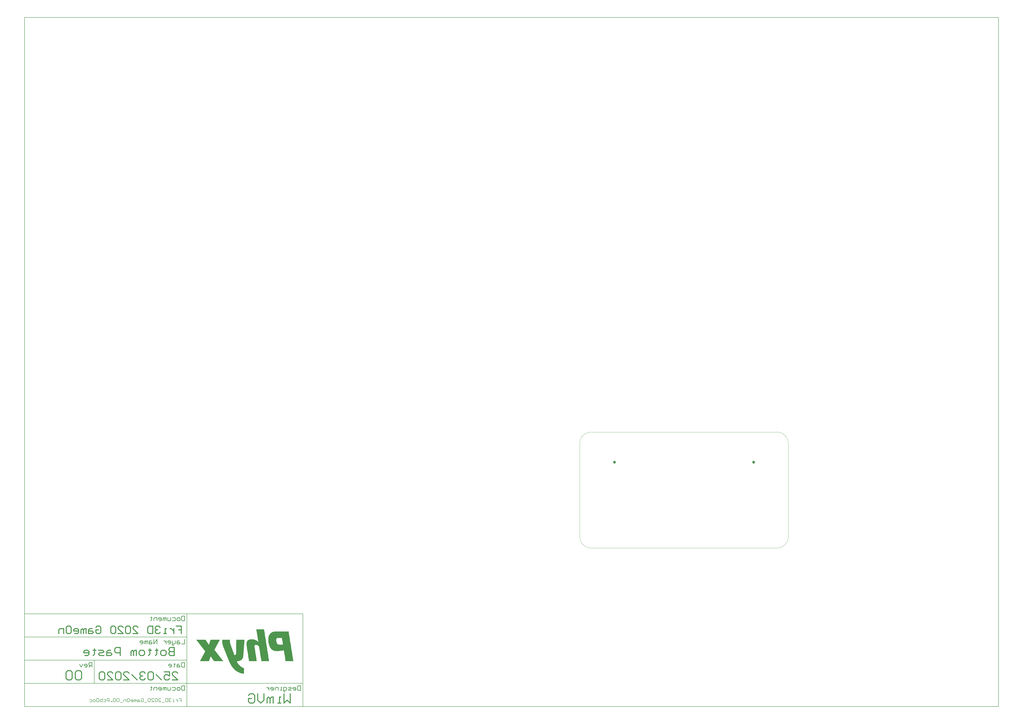
<source format=gbp>
G04*
G04 #@! TF.GenerationSoftware,Altium Limited,Altium Designer,20.0.13 (296)*
G04*
G04 Layer_Color=128*
%FSLAX25Y25*%
%MOIN*%
G70*
G01*
G75*
%ADD12C,0.00787*%
%ADD14C,0.01575*%
%ADD15C,0.00394*%
%ADD16C,0.00984*%
%ADD62C,0.04724*%
G36*
X300667Y-141778D02*
X298949D01*
Y-142065D01*
X298090D01*
Y-142351D01*
X297231D01*
Y-142637D01*
X296373D01*
Y-142924D01*
X295800D01*
Y-143210D01*
X295514D01*
Y-143496D01*
X294941D01*
Y-143783D01*
X294655D01*
Y-144069D01*
X294082D01*
Y-144355D01*
X293796D01*
Y-144641D01*
X293509D01*
Y-144928D01*
X293223D01*
Y-145214D01*
X292937D01*
Y-145501D01*
X292650D01*
Y-145787D01*
X292364D01*
Y-146073D01*
Y-146359D01*
X292078D01*
Y-146646D01*
X291792D01*
Y-146932D01*
Y-147218D01*
X291505D01*
Y-147505D01*
X291219D01*
Y-147791D01*
Y-148077D01*
X290932D01*
Y-148364D01*
Y-148650D01*
Y-148936D01*
X290646D01*
Y-149223D01*
Y-149509D01*
Y-149795D01*
X290360D01*
Y-150082D01*
Y-150368D01*
Y-150654D01*
Y-150940D01*
X290074D01*
Y-151227D01*
Y-151513D01*
Y-151799D01*
Y-152086D01*
Y-152372D01*
X289787D01*
Y-152658D01*
Y-152945D01*
Y-153231D01*
Y-153517D01*
Y-153804D01*
Y-154090D01*
Y-154376D01*
Y-154663D01*
Y-154949D01*
Y-155235D01*
Y-155521D01*
Y-155808D01*
Y-156094D01*
Y-156380D01*
Y-156667D01*
Y-156953D01*
Y-157239D01*
Y-157526D01*
Y-157812D01*
Y-158098D01*
X290074D01*
Y-158385D01*
Y-158671D01*
Y-158957D01*
Y-159244D01*
Y-159530D01*
Y-159816D01*
Y-160102D01*
X290360D01*
Y-160389D01*
Y-160675D01*
Y-160961D01*
Y-161248D01*
Y-161534D01*
X290646D01*
Y-161820D01*
Y-162107D01*
Y-162393D01*
Y-162679D01*
Y-162966D01*
X290932D01*
Y-163252D01*
Y-163538D01*
Y-163824D01*
X291219D01*
Y-164111D01*
Y-164397D01*
Y-164683D01*
Y-164970D01*
X291505D01*
Y-165256D01*
Y-165542D01*
Y-165829D01*
X291792D01*
Y-166115D01*
Y-166401D01*
X292078D01*
Y-166688D01*
Y-166974D01*
Y-167260D01*
X292364D01*
Y-167547D01*
Y-167833D01*
X292650D01*
Y-168119D01*
Y-168405D01*
X292937D01*
Y-168692D01*
Y-168978D01*
X293223D01*
Y-169264D01*
X293509D01*
Y-169551D01*
Y-169837D01*
X293796D01*
Y-170123D01*
X294082D01*
Y-170410D01*
X294368D01*
Y-170696D01*
Y-170982D01*
X294655D01*
Y-171269D01*
X294941D01*
Y-171555D01*
X295227D01*
Y-171841D01*
X295514D01*
Y-172127D01*
X295800D01*
Y-172414D01*
X296373D01*
Y-172700D01*
X296659D01*
Y-172986D01*
X297231D01*
Y-173273D01*
X297518D01*
Y-173559D01*
X298090D01*
Y-173845D01*
X298949D01*
Y-174132D01*
X299808D01*
Y-174418D01*
X300667D01*
Y-174704D01*
X302385D01*
Y-174991D01*
X307539D01*
Y-174704D01*
X310116D01*
Y-174418D01*
X312120D01*
Y-174132D01*
X313551D01*
Y-173845D01*
X314983D01*
Y-173559D01*
X316414D01*
Y-173845D01*
Y-174132D01*
Y-174418D01*
Y-174704D01*
Y-174991D01*
Y-175277D01*
Y-175563D01*
X316701D01*
Y-175850D01*
Y-176136D01*
Y-176422D01*
Y-176709D01*
Y-176995D01*
Y-177281D01*
X316987D01*
Y-177568D01*
Y-177854D01*
Y-178140D01*
Y-178426D01*
Y-178713D01*
Y-178999D01*
X317273D01*
Y-179285D01*
Y-179572D01*
Y-179858D01*
Y-180144D01*
Y-180431D01*
Y-180717D01*
Y-181003D01*
X317560D01*
Y-181290D01*
Y-181576D01*
Y-181862D01*
Y-182149D01*
Y-182435D01*
Y-182721D01*
X317846D01*
Y-183007D01*
Y-183294D01*
Y-183580D01*
Y-183866D01*
Y-184153D01*
Y-184439D01*
X318132D01*
Y-184725D01*
Y-185012D01*
Y-185298D01*
Y-185584D01*
Y-185871D01*
Y-186157D01*
Y-186443D01*
X318419D01*
Y-186730D01*
Y-187016D01*
Y-187302D01*
Y-187588D01*
Y-187875D01*
Y-188161D01*
X318705D01*
Y-188447D01*
Y-188734D01*
Y-189020D01*
Y-189306D01*
Y-189593D01*
Y-189879D01*
X318991D01*
Y-190165D01*
Y-190452D01*
Y-190738D01*
Y-191024D01*
Y-191311D01*
Y-191597D01*
Y-191883D01*
X332448D01*
Y-191597D01*
X332162D01*
Y-191311D01*
Y-191024D01*
Y-190738D01*
Y-190452D01*
Y-190165D01*
X331875D01*
Y-189879D01*
Y-189593D01*
Y-189306D01*
Y-189020D01*
Y-188734D01*
Y-188447D01*
Y-188161D01*
X331589D01*
Y-187875D01*
Y-187588D01*
Y-187302D01*
Y-187016D01*
Y-186730D01*
Y-186443D01*
X331303D01*
Y-186157D01*
Y-185871D01*
Y-185584D01*
Y-185298D01*
Y-185012D01*
Y-184725D01*
X331016D01*
Y-184439D01*
Y-184153D01*
Y-183866D01*
Y-183580D01*
Y-183294D01*
Y-183007D01*
Y-182721D01*
X330730D01*
Y-182435D01*
Y-182149D01*
Y-181862D01*
Y-181576D01*
Y-181290D01*
Y-181003D01*
X330444D01*
Y-180717D01*
Y-180431D01*
Y-180144D01*
Y-179858D01*
Y-179572D01*
Y-179285D01*
X330157D01*
Y-178999D01*
Y-178713D01*
Y-178426D01*
Y-178140D01*
Y-177854D01*
Y-177568D01*
X329871D01*
Y-177281D01*
Y-176995D01*
Y-176709D01*
Y-176422D01*
Y-176136D01*
Y-175850D01*
Y-175563D01*
X329585D01*
Y-175277D01*
Y-174991D01*
Y-174704D01*
Y-174418D01*
Y-174132D01*
Y-173845D01*
X329298D01*
Y-173559D01*
Y-173273D01*
Y-172986D01*
Y-172700D01*
Y-172414D01*
Y-172127D01*
X329012D01*
Y-171841D01*
Y-171555D01*
Y-171269D01*
Y-170982D01*
Y-170696D01*
Y-170410D01*
X328726D01*
Y-170123D01*
Y-169837D01*
Y-169551D01*
Y-169264D01*
Y-168978D01*
Y-168692D01*
Y-168405D01*
X328439D01*
Y-168119D01*
Y-167833D01*
Y-167547D01*
Y-167260D01*
Y-166974D01*
Y-166688D01*
X328153D01*
Y-166401D01*
Y-166115D01*
Y-165829D01*
Y-165542D01*
Y-165256D01*
Y-164970D01*
X327867D01*
Y-164683D01*
Y-164397D01*
Y-164111D01*
Y-163824D01*
Y-163538D01*
Y-163252D01*
Y-162966D01*
X327581D01*
Y-162679D01*
Y-162393D01*
Y-162107D01*
Y-161820D01*
Y-161534D01*
Y-161248D01*
X327294D01*
Y-160961D01*
Y-160675D01*
Y-160389D01*
Y-160102D01*
Y-159816D01*
Y-159530D01*
X327008D01*
Y-159244D01*
Y-158957D01*
Y-158671D01*
Y-158385D01*
Y-158098D01*
Y-157812D01*
X326722D01*
Y-157526D01*
Y-157239D01*
Y-156953D01*
Y-156667D01*
Y-156380D01*
Y-156094D01*
Y-155808D01*
X326435D01*
Y-155521D01*
Y-155235D01*
Y-154949D01*
Y-154663D01*
Y-154376D01*
Y-154090D01*
X326149D01*
Y-153804D01*
Y-153517D01*
Y-153231D01*
Y-152945D01*
Y-152658D01*
Y-152372D01*
X325863D01*
Y-152086D01*
Y-151799D01*
Y-151513D01*
Y-151227D01*
Y-150940D01*
Y-150654D01*
Y-150368D01*
X325576D01*
Y-150082D01*
Y-149795D01*
Y-149509D01*
Y-149223D01*
Y-148936D01*
Y-148650D01*
X325290D01*
Y-148364D01*
Y-148077D01*
Y-147791D01*
Y-147505D01*
Y-147218D01*
Y-146932D01*
X325004D01*
Y-146646D01*
Y-146359D01*
Y-146073D01*
Y-145787D01*
Y-145501D01*
Y-145214D01*
Y-144928D01*
X324717D01*
Y-144641D01*
Y-144355D01*
Y-144069D01*
Y-143783D01*
Y-143496D01*
Y-143210D01*
X324431D01*
Y-142924D01*
Y-142637D01*
Y-142351D01*
Y-142065D01*
Y-141778D01*
Y-141492D01*
X300667D01*
Y-141778D01*
D02*
G37*
G36*
X269459Y-138343D02*
Y-138629D01*
X269745D01*
Y-138915D01*
Y-139202D01*
Y-139488D01*
Y-139774D01*
Y-140060D01*
Y-140347D01*
X270032D01*
Y-140633D01*
Y-140919D01*
Y-141206D01*
Y-141492D01*
Y-141778D01*
Y-142065D01*
X270318D01*
Y-142351D01*
Y-142637D01*
Y-142924D01*
Y-143210D01*
Y-143496D01*
Y-143783D01*
Y-144069D01*
X270604D01*
Y-144355D01*
Y-144641D01*
Y-144928D01*
Y-145214D01*
Y-145501D01*
Y-145787D01*
X270891D01*
Y-146073D01*
Y-146359D01*
Y-146646D01*
Y-146932D01*
Y-147218D01*
Y-147505D01*
X271177D01*
Y-147791D01*
Y-148077D01*
Y-148364D01*
Y-148650D01*
Y-148936D01*
Y-149223D01*
Y-149509D01*
X271463D01*
Y-149795D01*
Y-150082D01*
Y-150368D01*
Y-150654D01*
Y-150940D01*
Y-151227D01*
X271750D01*
Y-151513D01*
Y-151799D01*
Y-152086D01*
Y-152372D01*
Y-152658D01*
Y-152945D01*
X272036D01*
Y-153231D01*
Y-153517D01*
Y-153804D01*
Y-154090D01*
Y-154376D01*
Y-154663D01*
X272322D01*
Y-154949D01*
Y-155235D01*
Y-155521D01*
Y-155808D01*
Y-156094D01*
Y-156380D01*
Y-156667D01*
X272608D01*
Y-156953D01*
Y-157239D01*
Y-157526D01*
Y-157812D01*
Y-158098D01*
Y-158385D01*
X272895D01*
Y-158671D01*
Y-158957D01*
X272322D01*
Y-158671D01*
X272036D01*
Y-158385D01*
X271750D01*
Y-158098D01*
X271177D01*
Y-157812D01*
X270891D01*
Y-157526D01*
X270604D01*
Y-157239D01*
X270032D01*
Y-156953D01*
X269459D01*
Y-156667D01*
X269173D01*
Y-156380D01*
X268600D01*
Y-156094D01*
X267741D01*
Y-155808D01*
X267169D01*
Y-155521D01*
X266310D01*
Y-155235D01*
X264878D01*
Y-154949D01*
X258579D01*
Y-155235D01*
X257434D01*
Y-155521D01*
X256575D01*
Y-155808D01*
X256002D01*
Y-156094D01*
X255716D01*
Y-156380D01*
X255143D01*
Y-156667D01*
X254857D01*
Y-156953D01*
X254571D01*
Y-157239D01*
X254285D01*
Y-157526D01*
X253998D01*
Y-157812D01*
Y-158098D01*
X253712D01*
Y-158385D01*
Y-158671D01*
X253426D01*
Y-158957D01*
Y-159244D01*
Y-159530D01*
X253139D01*
Y-159816D01*
Y-160102D01*
Y-160389D01*
Y-160675D01*
X252853D01*
Y-160961D01*
Y-161248D01*
Y-161534D01*
Y-161820D01*
Y-162107D01*
Y-162393D01*
Y-162679D01*
Y-162966D01*
Y-163252D01*
Y-163538D01*
Y-163824D01*
Y-164111D01*
Y-164397D01*
Y-164683D01*
Y-164970D01*
Y-165256D01*
Y-165542D01*
Y-165829D01*
X253139D01*
Y-166115D01*
Y-166401D01*
Y-166688D01*
Y-166974D01*
Y-167260D01*
Y-167547D01*
Y-167833D01*
X253426D01*
Y-168119D01*
Y-168405D01*
Y-168692D01*
Y-168978D01*
Y-169264D01*
Y-169551D01*
Y-169837D01*
X253712D01*
Y-170123D01*
Y-170410D01*
Y-170696D01*
Y-170982D01*
Y-171269D01*
Y-171555D01*
X253998D01*
Y-171841D01*
Y-172127D01*
Y-172414D01*
Y-172700D01*
Y-172986D01*
Y-173273D01*
X254285D01*
Y-173559D01*
Y-173845D01*
Y-174132D01*
Y-174418D01*
Y-174704D01*
Y-174991D01*
X254571D01*
Y-175277D01*
Y-175563D01*
Y-175850D01*
Y-176136D01*
Y-176422D01*
Y-176709D01*
Y-176995D01*
X254857D01*
Y-177281D01*
Y-177568D01*
Y-177854D01*
Y-178140D01*
Y-178426D01*
Y-178713D01*
X255143D01*
Y-178999D01*
Y-179285D01*
Y-179572D01*
Y-179858D01*
Y-180144D01*
Y-180431D01*
X255430D01*
Y-180717D01*
Y-181003D01*
Y-181290D01*
Y-181576D01*
Y-181862D01*
Y-182149D01*
Y-182435D01*
X255716D01*
Y-182721D01*
Y-183007D01*
Y-183294D01*
Y-183580D01*
Y-183866D01*
Y-184153D01*
X256002D01*
Y-184439D01*
Y-184725D01*
Y-185012D01*
Y-185298D01*
Y-185584D01*
Y-185871D01*
X256289D01*
Y-186157D01*
Y-186443D01*
Y-186730D01*
Y-187016D01*
Y-187302D01*
Y-187588D01*
X256575D01*
Y-187875D01*
Y-188161D01*
Y-188447D01*
Y-188734D01*
Y-189020D01*
Y-189306D01*
Y-189593D01*
X256861D01*
Y-189879D01*
Y-190165D01*
Y-190452D01*
Y-190738D01*
Y-191024D01*
Y-191311D01*
X257148D01*
Y-191597D01*
Y-191883D01*
X270318D01*
Y-191597D01*
Y-191311D01*
X270032D01*
Y-191024D01*
Y-190738D01*
Y-190452D01*
Y-190165D01*
Y-189879D01*
Y-189593D01*
X269745D01*
Y-189306D01*
Y-189020D01*
Y-188734D01*
Y-188447D01*
Y-188161D01*
Y-187875D01*
Y-187588D01*
X269459D01*
Y-187302D01*
Y-187016D01*
Y-186730D01*
Y-186443D01*
Y-186157D01*
Y-185871D01*
X269173D01*
Y-185584D01*
Y-185298D01*
Y-185012D01*
Y-184725D01*
Y-184439D01*
Y-184153D01*
X268886D01*
Y-183866D01*
Y-183580D01*
Y-183294D01*
Y-183007D01*
Y-182721D01*
Y-182435D01*
Y-182149D01*
X268600D01*
Y-181862D01*
Y-181576D01*
Y-181290D01*
Y-181003D01*
Y-180717D01*
Y-180431D01*
X268314D01*
Y-180144D01*
Y-179858D01*
Y-179572D01*
Y-179285D01*
Y-178999D01*
Y-178713D01*
Y-178426D01*
X268027D01*
Y-178140D01*
Y-177854D01*
Y-177568D01*
Y-177281D01*
Y-176995D01*
Y-176709D01*
X267741D01*
Y-176422D01*
Y-176136D01*
Y-175850D01*
Y-175563D01*
Y-175277D01*
Y-174991D01*
X267455D01*
Y-174704D01*
Y-174418D01*
Y-174132D01*
Y-173845D01*
Y-173559D01*
Y-173273D01*
X267169D01*
Y-172986D01*
Y-172700D01*
Y-172414D01*
Y-172127D01*
Y-171841D01*
Y-171555D01*
Y-171269D01*
X266882D01*
Y-170982D01*
Y-170696D01*
Y-170410D01*
Y-170123D01*
Y-169837D01*
Y-169551D01*
X266596D01*
Y-169264D01*
Y-168978D01*
Y-168692D01*
Y-168405D01*
Y-168119D01*
Y-167833D01*
Y-167547D01*
X266310D01*
Y-167260D01*
Y-166974D01*
Y-166688D01*
Y-166401D01*
Y-166115D01*
Y-165829D01*
X266596D01*
Y-165542D01*
Y-165256D01*
X266882D01*
Y-164970D01*
X267169D01*
Y-164683D01*
X267741D01*
Y-164397D01*
X269459D01*
Y-164683D01*
X270891D01*
Y-164970D01*
X271750D01*
Y-165256D01*
X272322D01*
Y-165542D01*
X272608D01*
Y-165829D01*
X273181D01*
Y-166115D01*
X273467D01*
Y-166401D01*
X273754D01*
Y-166688D01*
Y-166974D01*
X274040D01*
Y-167260D01*
Y-167547D01*
Y-167833D01*
X274326D01*
Y-168119D01*
Y-168405D01*
Y-168692D01*
Y-168978D01*
Y-169264D01*
Y-169551D01*
X274613D01*
Y-169837D01*
Y-170123D01*
Y-170410D01*
Y-170696D01*
Y-170982D01*
Y-171269D01*
Y-171555D01*
X274899D01*
Y-171841D01*
Y-172127D01*
Y-172414D01*
Y-172700D01*
Y-172986D01*
Y-173273D01*
X275185D01*
Y-173559D01*
Y-173845D01*
Y-174132D01*
Y-174418D01*
Y-174704D01*
Y-174991D01*
X275472D01*
Y-175277D01*
Y-175563D01*
Y-175850D01*
Y-176136D01*
Y-176422D01*
Y-176709D01*
X275758D01*
Y-176995D01*
Y-177281D01*
Y-177568D01*
Y-177854D01*
Y-178140D01*
Y-178426D01*
Y-178713D01*
X276044D01*
Y-178999D01*
Y-179285D01*
Y-179572D01*
Y-179858D01*
Y-180144D01*
Y-180431D01*
X276331D01*
Y-180717D01*
Y-181003D01*
Y-181290D01*
Y-181576D01*
Y-181862D01*
Y-182149D01*
X276617D01*
Y-182435D01*
Y-182721D01*
Y-183007D01*
Y-183294D01*
Y-183580D01*
Y-183866D01*
Y-184153D01*
X276903D01*
Y-184439D01*
Y-184725D01*
Y-185012D01*
Y-185298D01*
Y-185584D01*
Y-185871D01*
X277189D01*
Y-186157D01*
Y-186443D01*
Y-186730D01*
Y-187016D01*
Y-187302D01*
Y-187588D01*
X277476D01*
Y-187875D01*
Y-188161D01*
Y-188447D01*
Y-188734D01*
Y-189020D01*
Y-189306D01*
X277762D01*
Y-189593D01*
Y-189879D01*
Y-190165D01*
Y-190452D01*
Y-190738D01*
Y-191024D01*
Y-191311D01*
X278048D01*
Y-191597D01*
Y-191883D01*
X291219D01*
Y-191597D01*
Y-191311D01*
X290932D01*
Y-191024D01*
Y-190738D01*
Y-190452D01*
Y-190165D01*
Y-189879D01*
Y-189593D01*
Y-189306D01*
X290646D01*
Y-189020D01*
Y-188734D01*
Y-188447D01*
Y-188161D01*
Y-187875D01*
Y-187588D01*
X290360D01*
Y-187302D01*
Y-187016D01*
Y-186730D01*
Y-186443D01*
Y-186157D01*
Y-185871D01*
X290074D01*
Y-185584D01*
Y-185298D01*
Y-185012D01*
Y-184725D01*
Y-184439D01*
Y-184153D01*
Y-183866D01*
X289787D01*
Y-183580D01*
Y-183294D01*
Y-183007D01*
Y-182721D01*
Y-182435D01*
Y-182149D01*
X289501D01*
Y-181862D01*
Y-181576D01*
Y-181290D01*
Y-181003D01*
Y-180717D01*
Y-180431D01*
X289215D01*
Y-180144D01*
Y-179858D01*
Y-179572D01*
Y-179285D01*
Y-178999D01*
Y-178713D01*
X288928D01*
Y-178426D01*
Y-178140D01*
Y-177854D01*
Y-177568D01*
Y-177281D01*
Y-176995D01*
Y-176709D01*
X288642D01*
Y-176422D01*
Y-176136D01*
Y-175850D01*
Y-175563D01*
Y-175277D01*
Y-174991D01*
X288356D01*
Y-174704D01*
Y-174418D01*
Y-174132D01*
Y-173845D01*
Y-173559D01*
Y-173273D01*
X288069D01*
Y-172986D01*
Y-172700D01*
Y-172414D01*
Y-172127D01*
Y-171841D01*
Y-171555D01*
Y-171269D01*
X287783D01*
Y-170982D01*
Y-170696D01*
Y-170410D01*
Y-170123D01*
Y-169837D01*
Y-169551D01*
X287497D01*
Y-169264D01*
Y-168978D01*
Y-168692D01*
Y-168405D01*
Y-168119D01*
Y-167833D01*
X287210D01*
Y-167547D01*
Y-167260D01*
Y-166974D01*
Y-166688D01*
Y-166401D01*
Y-166115D01*
X286924D01*
Y-165829D01*
Y-165542D01*
Y-165256D01*
Y-164970D01*
Y-164683D01*
Y-164397D01*
Y-164111D01*
X286638D01*
Y-163824D01*
Y-163538D01*
Y-163252D01*
Y-162966D01*
Y-162679D01*
Y-162393D01*
X286351D01*
Y-162107D01*
Y-161820D01*
Y-161534D01*
Y-161248D01*
Y-160961D01*
Y-160675D01*
X286065D01*
Y-160389D01*
Y-160102D01*
Y-159816D01*
Y-159530D01*
Y-159244D01*
Y-158957D01*
X285779D01*
Y-158671D01*
Y-158385D01*
Y-158098D01*
Y-157812D01*
Y-157526D01*
Y-157239D01*
Y-156953D01*
X285493D01*
Y-156667D01*
Y-156380D01*
Y-156094D01*
Y-155808D01*
Y-155521D01*
Y-155235D01*
X285206D01*
Y-154949D01*
Y-154663D01*
Y-154376D01*
Y-154090D01*
Y-153804D01*
Y-153517D01*
X284920D01*
Y-153231D01*
Y-152945D01*
Y-152658D01*
Y-152372D01*
Y-152086D01*
Y-151799D01*
Y-151513D01*
X284634D01*
Y-151227D01*
Y-150940D01*
Y-150654D01*
Y-150368D01*
Y-150082D01*
Y-149795D01*
X284347D01*
Y-149509D01*
Y-149223D01*
Y-148936D01*
Y-148650D01*
Y-148364D01*
Y-148077D01*
X284061D01*
Y-147791D01*
Y-147505D01*
Y-147218D01*
Y-146932D01*
Y-146646D01*
Y-146359D01*
X283775D01*
Y-146073D01*
Y-145787D01*
Y-145501D01*
Y-145214D01*
Y-144928D01*
Y-144641D01*
Y-144355D01*
X283488D01*
Y-144069D01*
Y-143783D01*
Y-143496D01*
Y-143210D01*
Y-142924D01*
Y-142637D01*
X283202D01*
Y-142351D01*
Y-142065D01*
Y-141778D01*
Y-141492D01*
Y-141206D01*
Y-140919D01*
X282916D01*
Y-140633D01*
Y-140347D01*
Y-140060D01*
Y-139774D01*
Y-139488D01*
Y-139202D01*
Y-138915D01*
X282629D01*
Y-138629D01*
Y-138343D01*
Y-138056D01*
X269459D01*
Y-138343D01*
D02*
G37*
G36*
X167532Y-155808D02*
X167818D01*
Y-156094D01*
X168104D01*
Y-156380D01*
Y-156667D01*
X168391D01*
Y-156953D01*
X168677D01*
Y-157239D01*
X168963D01*
Y-157526D01*
Y-157812D01*
X169250D01*
Y-158098D01*
X169536D01*
Y-158385D01*
X169822D01*
Y-158671D01*
X170108D01*
Y-158957D01*
Y-159244D01*
X170395D01*
Y-159530D01*
X170681D01*
Y-159816D01*
X170967D01*
Y-160102D01*
Y-160389D01*
X171254D01*
Y-160675D01*
X171540D01*
Y-160961D01*
X171826D01*
Y-161248D01*
X172113D01*
Y-161534D01*
Y-161820D01*
X172399D01*
Y-162107D01*
X172685D01*
Y-162393D01*
X172972D01*
Y-162679D01*
Y-162966D01*
X173258D01*
Y-163252D01*
X173544D01*
Y-163538D01*
X173831D01*
Y-163824D01*
Y-164111D01*
X174117D01*
Y-164397D01*
X174403D01*
Y-164683D01*
X174689D01*
Y-164970D01*
X174976D01*
Y-165256D01*
Y-165542D01*
X175262D01*
Y-165829D01*
X175549D01*
Y-166115D01*
X175835D01*
Y-166401D01*
Y-166688D01*
X176121D01*
Y-166974D01*
X176407D01*
Y-167260D01*
X176694D01*
Y-167547D01*
Y-167833D01*
X176980D01*
Y-168119D01*
X177266D01*
Y-168405D01*
X177553D01*
Y-168692D01*
X177839D01*
Y-168978D01*
Y-169264D01*
X178125D01*
Y-169551D01*
X178412D01*
Y-169837D01*
X178698D01*
Y-170123D01*
Y-170410D01*
X178984D01*
Y-170696D01*
X179271D01*
Y-170982D01*
X179557D01*
Y-171269D01*
Y-171555D01*
X179843D01*
Y-171841D01*
X180130D01*
Y-172127D01*
X180416D01*
Y-172414D01*
X180702D01*
Y-172700D01*
Y-172986D01*
X180988D01*
Y-173273D01*
X181275D01*
Y-173559D01*
X181561D01*
Y-173845D01*
Y-174132D01*
X181847D01*
Y-174418D01*
X182134D01*
Y-174704D01*
X182420D01*
Y-174991D01*
X182706D01*
Y-175277D01*
Y-175563D01*
X182420D01*
Y-175850D01*
Y-176136D01*
X182134D01*
Y-176422D01*
Y-176709D01*
X181847D01*
Y-176995D01*
X181561D01*
Y-177281D01*
Y-177568D01*
X181275D01*
Y-177854D01*
Y-178140D01*
X180988D01*
Y-178426D01*
Y-178713D01*
X180702D01*
Y-178999D01*
Y-179285D01*
X180416D01*
Y-179572D01*
Y-179858D01*
X180130D01*
Y-180144D01*
Y-180431D01*
X179843D01*
Y-180717D01*
Y-181003D01*
X179557D01*
Y-181290D01*
Y-181576D01*
X179271D01*
Y-181862D01*
X178984D01*
Y-182149D01*
Y-182435D01*
X178698D01*
Y-182721D01*
Y-183007D01*
X178412D01*
Y-183294D01*
Y-183580D01*
X178125D01*
Y-183866D01*
Y-184153D01*
X177839D01*
Y-184439D01*
Y-184725D01*
X177553D01*
Y-185012D01*
Y-185298D01*
X177266D01*
Y-185584D01*
Y-185871D01*
X176980D01*
Y-186157D01*
X176694D01*
Y-186443D01*
Y-186730D01*
X176407D01*
Y-187016D01*
Y-187302D01*
X176121D01*
Y-187588D01*
Y-187875D01*
X175835D01*
Y-188161D01*
Y-188447D01*
X175549D01*
Y-188734D01*
Y-189020D01*
X175262D01*
Y-189306D01*
Y-189593D01*
X174976D01*
Y-189879D01*
Y-190165D01*
X174689D01*
Y-190452D01*
X174403D01*
Y-190738D01*
Y-191024D01*
X174117D01*
Y-191311D01*
Y-191597D01*
X173831D01*
Y-191883D01*
X189005D01*
Y-191597D01*
X189292D01*
Y-191311D01*
Y-191024D01*
Y-190738D01*
X189578D01*
Y-190452D01*
Y-190165D01*
Y-189879D01*
X189864D01*
Y-189593D01*
Y-189306D01*
X190150D01*
Y-189020D01*
Y-188734D01*
Y-188447D01*
X190437D01*
Y-188161D01*
Y-187875D01*
Y-187588D01*
X190723D01*
Y-187302D01*
Y-187016D01*
X191009D01*
Y-186730D01*
Y-186443D01*
Y-186157D01*
X191296D01*
Y-185871D01*
Y-185584D01*
Y-185298D01*
X191582D01*
Y-185012D01*
Y-184725D01*
Y-184439D01*
X191868D01*
Y-184153D01*
X192441D01*
Y-184439D01*
Y-184725D01*
X192727D01*
Y-185012D01*
X193014D01*
Y-185298D01*
Y-185584D01*
X193300D01*
Y-185871D01*
X193586D01*
Y-186157D01*
Y-186443D01*
X193872D01*
Y-186730D01*
X194159D01*
Y-187016D01*
Y-187302D01*
X194445D01*
Y-187588D01*
X194731D01*
Y-187875D01*
X195018D01*
Y-188161D01*
Y-188447D01*
X195304D01*
Y-188734D01*
X195590D01*
Y-189020D01*
Y-189306D01*
X195877D01*
Y-189593D01*
X196163D01*
Y-189879D01*
Y-190165D01*
X196449D01*
Y-190452D01*
X196736D01*
Y-190738D01*
Y-191024D01*
X197022D01*
Y-191311D01*
X197308D01*
Y-191597D01*
Y-191883D01*
X213342D01*
Y-191597D01*
X213055D01*
Y-191311D01*
X212769D01*
Y-191024D01*
X212483D01*
Y-190738D01*
X212196D01*
Y-190452D01*
Y-190165D01*
X211910D01*
Y-189879D01*
X211624D01*
Y-189593D01*
X211338D01*
Y-189306D01*
X211051D01*
Y-189020D01*
Y-188734D01*
X210765D01*
Y-188447D01*
X210479D01*
Y-188161D01*
X210192D01*
Y-187875D01*
Y-187588D01*
X209906D01*
Y-187302D01*
X209620D01*
Y-187016D01*
X209333D01*
Y-186730D01*
X209047D01*
Y-186443D01*
Y-186157D01*
X208761D01*
Y-185871D01*
X208474D01*
Y-185584D01*
X208188D01*
Y-185298D01*
X207902D01*
Y-185012D01*
Y-184725D01*
X207615D01*
Y-184439D01*
X207329D01*
Y-184153D01*
X207043D01*
Y-183866D01*
Y-183580D01*
X206757D01*
Y-183294D01*
X206470D01*
Y-183007D01*
X206184D01*
Y-182721D01*
X205898D01*
Y-182435D01*
Y-182149D01*
X205611D01*
Y-181862D01*
X205325D01*
Y-181576D01*
X205039D01*
Y-181290D01*
Y-181003D01*
X204752D01*
Y-180717D01*
X204466D01*
Y-180431D01*
X204180D01*
Y-180144D01*
X203893D01*
Y-179858D01*
Y-179572D01*
X203607D01*
Y-179285D01*
X203321D01*
Y-178999D01*
X203034D01*
Y-178713D01*
Y-178426D01*
X202748D01*
Y-178140D01*
X202462D01*
Y-177854D01*
X202176D01*
Y-177568D01*
X201889D01*
Y-177281D01*
Y-176995D01*
X201603D01*
Y-176709D01*
X201317D01*
Y-176422D01*
X201030D01*
Y-176136D01*
X200744D01*
Y-175850D01*
Y-175563D01*
X200458D01*
Y-175277D01*
X200171D01*
Y-174991D01*
X199885D01*
Y-174704D01*
Y-174418D01*
X199599D01*
Y-174132D01*
X199312D01*
Y-173845D01*
X199026D01*
Y-173559D01*
X198740D01*
Y-173273D01*
Y-172986D01*
X198453D01*
Y-172700D01*
Y-172414D01*
Y-172127D01*
X198740D01*
Y-171841D01*
X199026D01*
Y-171555D01*
Y-171269D01*
X199312D01*
Y-170982D01*
Y-170696D01*
X199599D01*
Y-170410D01*
Y-170123D01*
X199885D01*
Y-169837D01*
Y-169551D01*
X200171D01*
Y-169264D01*
Y-168978D01*
X200458D01*
Y-168692D01*
Y-168405D01*
X200744D01*
Y-168119D01*
X201030D01*
Y-167833D01*
Y-167547D01*
X201317D01*
Y-167260D01*
Y-166974D01*
X201603D01*
Y-166688D01*
Y-166401D01*
X201889D01*
Y-166115D01*
Y-165829D01*
X202176D01*
Y-165542D01*
Y-165256D01*
X202462D01*
Y-164970D01*
Y-164683D01*
X202748D01*
Y-164397D01*
X203034D01*
Y-164111D01*
Y-163824D01*
X203321D01*
Y-163538D01*
Y-163252D01*
X203607D01*
Y-162966D01*
Y-162679D01*
X203893D01*
Y-162393D01*
Y-162107D01*
X204180D01*
Y-161820D01*
Y-161534D01*
X204466D01*
Y-161248D01*
Y-160961D01*
X204752D01*
Y-160675D01*
Y-160389D01*
X205039D01*
Y-160102D01*
X205325D01*
Y-159816D01*
Y-159530D01*
X205611D01*
Y-159244D01*
Y-158957D01*
X205898D01*
Y-158671D01*
Y-158385D01*
X206184D01*
Y-158098D01*
Y-157812D01*
X206470D01*
Y-157526D01*
Y-157239D01*
X206757D01*
Y-156953D01*
Y-156667D01*
X207043D01*
Y-156380D01*
X207329D01*
Y-156094D01*
Y-155808D01*
X207615D01*
Y-155521D01*
X191868D01*
Y-155808D01*
X191582D01*
Y-156094D01*
Y-156380D01*
Y-156667D01*
X191296D01*
Y-156953D01*
Y-157239D01*
Y-157526D01*
X191009D01*
Y-157812D01*
Y-158098D01*
Y-158385D01*
X190723D01*
Y-158671D01*
Y-158957D01*
Y-159244D01*
X190437D01*
Y-159530D01*
Y-159816D01*
Y-160102D01*
X190150D01*
Y-160389D01*
Y-160675D01*
Y-160961D01*
X189864D01*
Y-161248D01*
Y-161534D01*
Y-161820D01*
X189578D01*
Y-162107D01*
Y-162393D01*
Y-162679D01*
X189292D01*
Y-162966D01*
Y-163252D01*
Y-163538D01*
Y-163824D01*
X188719D01*
Y-163538D01*
X188433D01*
Y-163252D01*
X188146D01*
Y-162966D01*
Y-162679D01*
X187860D01*
Y-162393D01*
X187574D01*
Y-162107D01*
Y-161820D01*
X187287D01*
Y-161534D01*
X187001D01*
Y-161248D01*
Y-160961D01*
X186715D01*
Y-160675D01*
X186428D01*
Y-160389D01*
Y-160102D01*
X186142D01*
Y-159816D01*
X185856D01*
Y-159530D01*
Y-159244D01*
X185569D01*
Y-158957D01*
X185283D01*
Y-158671D01*
Y-158385D01*
X184997D01*
Y-158098D01*
X184711D01*
Y-157812D01*
Y-157526D01*
X184424D01*
Y-157239D01*
X184138D01*
Y-156953D01*
Y-156667D01*
X183852D01*
Y-156380D01*
X183565D01*
Y-156094D01*
Y-155808D01*
X183279D01*
Y-155521D01*
X167532D01*
Y-155808D01*
D02*
G37*
G36*
X211624D02*
Y-156094D01*
Y-156380D01*
Y-156667D01*
Y-156953D01*
Y-157239D01*
Y-157526D01*
Y-157812D01*
Y-158098D01*
Y-158385D01*
Y-158671D01*
Y-158957D01*
Y-159244D01*
Y-159530D01*
Y-159816D01*
Y-160102D01*
Y-160389D01*
Y-160675D01*
Y-160961D01*
Y-161248D01*
Y-161534D01*
X211910D01*
Y-161820D01*
Y-162107D01*
Y-162393D01*
Y-162679D01*
Y-162966D01*
X212196D01*
Y-163252D01*
Y-163538D01*
Y-163824D01*
Y-164111D01*
X212483D01*
Y-164397D01*
Y-164683D01*
Y-164970D01*
Y-165256D01*
X212769D01*
Y-165542D01*
Y-165829D01*
Y-166115D01*
X213055D01*
Y-166401D01*
Y-166688D01*
Y-166974D01*
X213342D01*
Y-167260D01*
Y-167547D01*
Y-167833D01*
X213628D01*
Y-168119D01*
Y-168405D01*
Y-168692D01*
X213914D01*
Y-168978D01*
Y-169264D01*
X214201D01*
Y-169551D01*
Y-169837D01*
X214487D01*
Y-170123D01*
Y-170410D01*
Y-170696D01*
X214773D01*
Y-170982D01*
Y-171269D01*
X215060D01*
Y-171555D01*
Y-171841D01*
Y-172127D01*
X215346D01*
Y-172414D01*
Y-172700D01*
X215632D01*
Y-172986D01*
Y-173273D01*
Y-173559D01*
X215919D01*
Y-173845D01*
Y-174132D01*
X216205D01*
Y-174418D01*
Y-174704D01*
Y-174991D01*
X216491D01*
Y-175277D01*
Y-175563D01*
X216777D01*
Y-175850D01*
Y-176136D01*
Y-176422D01*
X217064D01*
Y-176709D01*
Y-176995D01*
X217350D01*
Y-177281D01*
Y-177568D01*
Y-177854D01*
X217636D01*
Y-178140D01*
Y-178426D01*
X217923D01*
Y-178713D01*
Y-178999D01*
Y-179285D01*
X218209D01*
Y-179572D01*
Y-179858D01*
X218495D01*
Y-180144D01*
Y-180431D01*
Y-180717D01*
X218782D01*
Y-181003D01*
Y-181290D01*
X219068D01*
Y-181576D01*
Y-181862D01*
Y-182149D01*
X219354D01*
Y-182435D01*
Y-182721D01*
X219641D01*
Y-183007D01*
Y-183294D01*
Y-183580D01*
X219927D01*
Y-183866D01*
Y-184153D01*
X220213D01*
Y-184439D01*
Y-184725D01*
Y-185012D01*
X220500D01*
Y-185298D01*
Y-185584D01*
X220786D01*
Y-185871D01*
Y-186157D01*
Y-186443D01*
X221072D01*
Y-186730D01*
Y-187016D01*
X221358D01*
Y-187302D01*
Y-187588D01*
Y-187875D01*
X221645D01*
Y-188161D01*
Y-188447D01*
X221931D01*
Y-188734D01*
Y-189020D01*
Y-189306D01*
X222217D01*
Y-189593D01*
Y-189879D01*
X222504D01*
Y-190165D01*
Y-190452D01*
Y-190738D01*
X222790D01*
Y-191024D01*
Y-191311D01*
X223076D01*
Y-191597D01*
Y-191883D01*
Y-192169D01*
X223363D01*
Y-192456D01*
Y-192742D01*
X223649D01*
Y-193028D01*
Y-193315D01*
X223935D01*
Y-193601D01*
Y-193887D01*
X224222D01*
Y-194174D01*
Y-194460D01*
Y-194746D01*
X224508D01*
Y-195033D01*
X224794D01*
Y-195319D01*
Y-195605D01*
Y-195891D01*
X225081D01*
Y-196178D01*
X225367D01*
Y-196464D01*
Y-196750D01*
X225653D01*
Y-197037D01*
Y-197323D01*
X225939D01*
Y-197609D01*
Y-197896D01*
X226226D01*
Y-198182D01*
Y-198468D01*
X226512D01*
Y-198755D01*
X226799D01*
Y-199041D01*
Y-199327D01*
X227085D01*
Y-199614D01*
Y-199900D01*
X227371D01*
Y-200186D01*
X227657D01*
Y-200472D01*
X227944D01*
Y-200759D01*
Y-201045D01*
X228230D01*
Y-201331D01*
X228516D01*
Y-201618D01*
Y-201904D01*
X228803D01*
Y-202190D01*
X229089D01*
Y-202477D01*
X229375D01*
Y-202763D01*
Y-203049D01*
X229662D01*
Y-203336D01*
X229948D01*
Y-203622D01*
X230234D01*
Y-203908D01*
X230521D01*
Y-204195D01*
X230807D01*
Y-204481D01*
Y-204767D01*
X231093D01*
Y-205053D01*
X231380D01*
Y-205340D01*
X231666D01*
Y-205626D01*
X231952D01*
Y-205912D01*
X232238D01*
Y-206199D01*
X232525D01*
Y-206485D01*
X232811D01*
Y-206771D01*
X233384D01*
Y-207058D01*
X233670D01*
Y-207344D01*
X233956D01*
Y-207630D01*
X234243D01*
Y-207917D01*
X234529D01*
Y-208203D01*
X235102D01*
Y-208489D01*
X235388D01*
Y-208776D01*
X235961D01*
Y-209062D01*
X236247D01*
Y-209348D01*
X236819D01*
Y-209634D01*
X237106D01*
Y-209921D01*
X237678D01*
Y-210207D01*
X238251D01*
Y-210493D01*
X238824D01*
Y-210780D01*
X239396D01*
Y-211066D01*
X239969D01*
Y-211352D01*
X240828D01*
Y-211639D01*
X241400D01*
Y-211925D01*
X242259D01*
Y-212211D01*
X243405D01*
Y-212498D01*
X244550D01*
Y-212784D01*
X246268D01*
Y-213070D01*
X248272D01*
Y-213357D01*
X248558D01*
Y-213070D01*
Y-212784D01*
Y-212498D01*
Y-212211D01*
Y-211925D01*
Y-211639D01*
Y-211352D01*
Y-211066D01*
Y-210780D01*
Y-210493D01*
Y-210207D01*
Y-209921D01*
Y-209634D01*
Y-209348D01*
Y-209062D01*
Y-208776D01*
Y-208489D01*
Y-208203D01*
Y-207917D01*
Y-207630D01*
Y-207344D01*
Y-207058D01*
Y-206771D01*
Y-206485D01*
Y-206199D01*
Y-205912D01*
Y-205626D01*
Y-205340D01*
Y-205053D01*
Y-204767D01*
Y-204481D01*
Y-204195D01*
Y-203908D01*
X247986D01*
Y-203622D01*
X247413D01*
Y-203336D01*
X246840D01*
Y-203049D01*
X246268D01*
Y-202763D01*
X245695D01*
Y-202477D01*
X245123D01*
Y-202190D01*
X244836D01*
Y-201904D01*
X244264D01*
Y-201618D01*
X243977D01*
Y-201331D01*
X243405D01*
Y-201045D01*
X243118D01*
Y-200759D01*
X242832D01*
Y-200472D01*
X242259D01*
Y-200186D01*
X241973D01*
Y-199900D01*
X241687D01*
Y-199614D01*
X241400D01*
Y-199327D01*
X241114D01*
Y-199041D01*
X240828D01*
Y-198755D01*
X240542D01*
Y-198468D01*
X240255D01*
Y-198182D01*
X239969D01*
Y-197896D01*
X239683D01*
Y-197609D01*
X239396D01*
Y-197323D01*
X239110D01*
Y-197037D01*
Y-196750D01*
X238824D01*
Y-196464D01*
X238537D01*
Y-196178D01*
X238251D01*
Y-195891D01*
Y-195605D01*
X237965D01*
Y-195319D01*
X237678D01*
Y-195033D01*
Y-194746D01*
X237392D01*
Y-194460D01*
Y-194174D01*
X237106D01*
Y-193887D01*
X236819D01*
Y-193601D01*
Y-193315D01*
X236533D01*
Y-193028D01*
Y-192742D01*
X236247D01*
Y-192456D01*
Y-192169D01*
X237965D01*
Y-191883D01*
X239969D01*
Y-191597D01*
X241114D01*
Y-191311D01*
X241687D01*
Y-191024D01*
X242546D01*
Y-190738D01*
X243118D01*
Y-190452D01*
X243405D01*
Y-190165D01*
X243977D01*
Y-189879D01*
X244264D01*
Y-189593D01*
X244550D01*
Y-189306D01*
X244836D01*
Y-189020D01*
X245123D01*
Y-188734D01*
X245409D01*
Y-188447D01*
Y-188161D01*
X245695D01*
Y-187875D01*
X245981D01*
Y-187588D01*
Y-187302D01*
X246268D01*
Y-187016D01*
Y-186730D01*
X246554D01*
Y-186443D01*
Y-186157D01*
X246840D01*
Y-185871D01*
Y-185584D01*
Y-185298D01*
X247127D01*
Y-185012D01*
Y-184725D01*
Y-184439D01*
Y-184153D01*
X247413D01*
Y-183866D01*
Y-183580D01*
Y-183294D01*
Y-183007D01*
Y-182721D01*
Y-182435D01*
Y-182149D01*
X247699D01*
Y-181862D01*
Y-181576D01*
Y-181290D01*
Y-181003D01*
Y-180717D01*
Y-180431D01*
Y-180144D01*
Y-179858D01*
Y-179572D01*
Y-179285D01*
Y-178999D01*
Y-178713D01*
Y-178426D01*
Y-178140D01*
Y-177854D01*
X247986D01*
Y-177568D01*
Y-177281D01*
Y-176995D01*
Y-176709D01*
Y-176422D01*
Y-176136D01*
Y-175850D01*
Y-175563D01*
Y-175277D01*
Y-174991D01*
Y-174704D01*
Y-174418D01*
Y-174132D01*
Y-173845D01*
Y-173559D01*
X248272D01*
Y-173273D01*
Y-172986D01*
Y-172700D01*
Y-172414D01*
Y-172127D01*
Y-171841D01*
Y-171555D01*
Y-171269D01*
Y-170982D01*
Y-170696D01*
Y-170410D01*
Y-170123D01*
Y-169837D01*
Y-169551D01*
Y-169264D01*
Y-168978D01*
X248558D01*
Y-168692D01*
Y-168405D01*
Y-168119D01*
Y-167833D01*
Y-167547D01*
Y-167260D01*
Y-166974D01*
Y-166688D01*
Y-166401D01*
Y-166115D01*
Y-165829D01*
Y-165542D01*
Y-165256D01*
Y-164970D01*
Y-164683D01*
Y-164397D01*
X248845D01*
Y-164111D01*
Y-163824D01*
Y-163538D01*
Y-163252D01*
Y-162966D01*
Y-162679D01*
Y-162393D01*
Y-162107D01*
Y-161820D01*
Y-161534D01*
Y-161248D01*
Y-160961D01*
Y-160675D01*
Y-160389D01*
X249131D01*
Y-160102D01*
Y-159816D01*
Y-159530D01*
Y-159244D01*
Y-158957D01*
Y-158671D01*
Y-158385D01*
Y-158098D01*
Y-157812D01*
Y-157526D01*
Y-157239D01*
Y-156953D01*
Y-156667D01*
Y-156380D01*
Y-156094D01*
Y-155808D01*
X249417D01*
Y-155521D01*
X235674D01*
Y-155808D01*
Y-156094D01*
Y-156380D01*
Y-156667D01*
Y-156953D01*
Y-157239D01*
Y-157526D01*
Y-157812D01*
Y-158098D01*
Y-158385D01*
Y-158671D01*
Y-158957D01*
Y-159244D01*
Y-159530D01*
X235388D01*
Y-159816D01*
Y-160102D01*
Y-160389D01*
Y-160675D01*
Y-160961D01*
Y-161248D01*
Y-161534D01*
Y-161820D01*
Y-162107D01*
Y-162393D01*
Y-162679D01*
Y-162966D01*
Y-163252D01*
Y-163538D01*
Y-163824D01*
Y-164111D01*
Y-164397D01*
Y-164683D01*
Y-164970D01*
Y-165256D01*
Y-165542D01*
Y-165829D01*
Y-166115D01*
Y-166401D01*
Y-166688D01*
Y-166974D01*
Y-167260D01*
Y-167547D01*
Y-167833D01*
Y-168119D01*
Y-168405D01*
Y-168692D01*
Y-168978D01*
Y-169264D01*
Y-169551D01*
Y-169837D01*
Y-170123D01*
Y-170410D01*
Y-170696D01*
Y-170982D01*
Y-171269D01*
X235102D01*
Y-171555D01*
X235388D01*
Y-171841D01*
Y-172127D01*
X235102D01*
Y-172414D01*
Y-172700D01*
Y-172986D01*
Y-173273D01*
Y-173559D01*
Y-173845D01*
Y-174132D01*
Y-174418D01*
Y-174704D01*
Y-174991D01*
Y-175277D01*
Y-175563D01*
Y-175850D01*
Y-176136D01*
Y-176422D01*
Y-176709D01*
Y-176995D01*
Y-177281D01*
Y-177568D01*
Y-177854D01*
Y-178140D01*
Y-178426D01*
Y-178713D01*
Y-178999D01*
Y-179285D01*
Y-179572D01*
X234815D01*
Y-179858D01*
Y-180144D01*
Y-180431D01*
X234529D01*
Y-180717D01*
X234243D01*
Y-181003D01*
X233956D01*
Y-181290D01*
X233097D01*
Y-181576D01*
X232238D01*
Y-181290D01*
X231952D01*
Y-181003D01*
Y-180717D01*
Y-180431D01*
X231666D01*
Y-180144D01*
Y-179858D01*
X231380D01*
Y-179572D01*
Y-179285D01*
Y-178999D01*
X231093D01*
Y-178713D01*
Y-178426D01*
Y-178140D01*
X230807D01*
Y-177854D01*
Y-177568D01*
Y-177281D01*
X230521D01*
Y-176995D01*
Y-176709D01*
Y-176422D01*
X230234D01*
Y-176136D01*
Y-175850D01*
X229948D01*
Y-175563D01*
Y-175277D01*
Y-174991D01*
X229662D01*
Y-174704D01*
Y-174418D01*
Y-174132D01*
X229375D01*
Y-173845D01*
Y-173559D01*
Y-173273D01*
X229089D01*
Y-172986D01*
Y-172700D01*
X228803D01*
Y-172414D01*
Y-172127D01*
Y-171841D01*
X228516D01*
Y-171555D01*
Y-171269D01*
Y-170982D01*
X228230D01*
Y-170696D01*
Y-170410D01*
Y-170123D01*
X227944D01*
Y-169837D01*
Y-169551D01*
X227657D01*
Y-169264D01*
Y-168978D01*
Y-168692D01*
X227371D01*
Y-168405D01*
Y-168119D01*
Y-167833D01*
X227085D01*
Y-167547D01*
Y-167260D01*
Y-166974D01*
X226799D01*
Y-166688D01*
Y-166401D01*
X226512D01*
Y-166115D01*
Y-165829D01*
Y-165542D01*
X226226D01*
Y-165256D01*
Y-164970D01*
Y-164683D01*
X225939D01*
Y-164397D01*
Y-164111D01*
Y-163824D01*
X225653D01*
Y-163538D01*
Y-163252D01*
Y-162966D01*
Y-162679D01*
X225367D01*
Y-162393D01*
Y-162107D01*
Y-161820D01*
Y-161534D01*
X225081D01*
Y-161248D01*
Y-160961D01*
Y-160675D01*
Y-160389D01*
Y-160102D01*
X224794D01*
Y-159816D01*
Y-159530D01*
Y-159244D01*
Y-158957D01*
Y-158671D01*
Y-158385D01*
X224508D01*
Y-158098D01*
Y-157812D01*
Y-157526D01*
Y-157239D01*
Y-156953D01*
Y-156667D01*
Y-156380D01*
Y-156094D01*
Y-155808D01*
Y-155521D01*
X211624D01*
Y-155808D01*
D02*
G37*
%LPC*%
G36*
X304962Y-152658D02*
X312979D01*
Y-152945D01*
Y-153231D01*
Y-153517D01*
Y-153804D01*
Y-154090D01*
X313265D01*
Y-154376D01*
Y-154663D01*
Y-154949D01*
Y-155235D01*
Y-155521D01*
Y-155808D01*
X313551D01*
Y-156094D01*
Y-156380D01*
Y-156667D01*
Y-156953D01*
Y-157239D01*
Y-157526D01*
X313838D01*
Y-157812D01*
Y-158098D01*
Y-158385D01*
Y-158671D01*
Y-158957D01*
Y-159244D01*
X314124D01*
Y-159530D01*
Y-159816D01*
Y-160102D01*
Y-160389D01*
Y-160675D01*
Y-160961D01*
Y-161248D01*
X314410D01*
Y-161534D01*
Y-161820D01*
Y-162107D01*
Y-162393D01*
Y-162679D01*
Y-162966D01*
X314697D01*
Y-163252D01*
Y-163538D01*
Y-163824D01*
X307539D01*
Y-163538D01*
X306393D01*
Y-163252D01*
X305821D01*
Y-162966D01*
X305535D01*
Y-162679D01*
X305248D01*
Y-162393D01*
X304962D01*
Y-162107D01*
X304676D01*
Y-161820D01*
Y-161534D01*
X304389D01*
Y-161248D01*
Y-160961D01*
X304103D01*
Y-160675D01*
Y-160389D01*
X303817D01*
Y-160102D01*
Y-159816D01*
Y-159530D01*
Y-159244D01*
X303530D01*
Y-158957D01*
Y-158671D01*
Y-158385D01*
Y-158098D01*
Y-157812D01*
X303244D01*
Y-157526D01*
Y-157239D01*
Y-156953D01*
Y-156667D01*
Y-156380D01*
Y-156094D01*
Y-155808D01*
Y-155521D01*
Y-155235D01*
Y-154949D01*
Y-154663D01*
X303530D01*
Y-154376D01*
Y-154090D01*
X303817D01*
Y-153804D01*
Y-153517D01*
X304103D01*
Y-153231D01*
X304389D01*
Y-152945D01*
X304962D01*
Y-152658D01*
D02*
G37*
%LPD*%
D12*
X-5879Y-229571D02*
Y-190201D01*
X151601Y-150831D02*
X-123989D01*
X151601Y-190201D02*
X-123989D01*
X348451Y-229571D02*
X-123989D01*
X348451Y-111461D02*
X-123989D01*
X348451Y-268941D02*
Y-111461D01*
X151601Y-268941D02*
Y-111461D01*
X1529554Y900350D02*
X-123989D01*
Y-268941D02*
Y900350D01*
X1529554Y-268941D02*
Y900350D01*
Y-268941D02*
X-123989D01*
X137823Y-255164D02*
X141759D01*
Y-258115D01*
X139791D01*
X141759D01*
Y-261067D01*
X135855Y-257131D02*
Y-261067D01*
Y-259099D01*
X134871Y-258115D01*
X133887Y-257131D01*
X132903D01*
X129951Y-261067D02*
X127983D01*
X128967D01*
Y-257131D01*
X129951D01*
X125032Y-256147D02*
X124048Y-255164D01*
X122080D01*
X121096Y-256147D01*
Y-257131D01*
X122080Y-258115D01*
X123064D01*
X122080D01*
X121096Y-259099D01*
Y-260083D01*
X122080Y-261067D01*
X124048D01*
X125032Y-260083D01*
X119128Y-255164D02*
Y-261067D01*
X116176D01*
X115192Y-260083D01*
Y-256147D01*
X116176Y-255164D01*
X119128D01*
X113224Y-262051D02*
X109289D01*
X103385Y-261067D02*
X107321D01*
X103385Y-257131D01*
Y-256147D01*
X104369Y-255164D01*
X106337D01*
X107321Y-256147D01*
X101417D02*
X100433Y-255164D01*
X98466D01*
X97482Y-256147D01*
Y-260083D01*
X98466Y-261067D01*
X100433D01*
X101417Y-260083D01*
Y-256147D01*
X91578Y-261067D02*
X95514D01*
X91578Y-257131D01*
Y-256147D01*
X92562Y-255164D01*
X94530D01*
X95514Y-256147D01*
X89610D02*
X88626Y-255164D01*
X86658D01*
X85674Y-256147D01*
Y-260083D01*
X86658Y-261067D01*
X88626D01*
X89610Y-260083D01*
Y-256147D01*
X83706Y-262051D02*
X79771D01*
X73867Y-256147D02*
X74851Y-255164D01*
X76819D01*
X77803Y-256147D01*
Y-260083D01*
X76819Y-261067D01*
X74851D01*
X73867Y-260083D01*
Y-258115D01*
X75835D01*
X70915Y-257131D02*
X68947D01*
X67964Y-258115D01*
Y-261067D01*
X70915D01*
X71899Y-260083D01*
X70915Y-259099D01*
X67964D01*
X65996Y-261067D02*
Y-257131D01*
X65012D01*
X64028Y-258115D01*
Y-261067D01*
Y-258115D01*
X63044Y-257131D01*
X62060Y-258115D01*
Y-261067D01*
X57140D02*
X59108D01*
X60092Y-260083D01*
Y-258115D01*
X59108Y-257131D01*
X57140D01*
X56156Y-258115D01*
Y-259099D01*
X60092D01*
X51237Y-255164D02*
X53205D01*
X54189Y-256147D01*
Y-260083D01*
X53205Y-261067D01*
X51237D01*
X50253Y-260083D01*
Y-256147D01*
X51237Y-255164D01*
X48285Y-261067D02*
Y-257131D01*
X45333D01*
X44349Y-258115D01*
Y-261067D01*
X42381Y-262051D02*
X38446D01*
X36478Y-256147D02*
X35494Y-255164D01*
X33526D01*
X32542Y-256147D01*
Y-260083D01*
X33526Y-261067D01*
X35494D01*
X36478Y-260083D01*
Y-256147D01*
X30574D02*
X29590Y-255164D01*
X27622D01*
X26638Y-256147D01*
Y-260083D01*
X27622Y-261067D01*
X29590D01*
X30574Y-260083D01*
Y-256147D01*
X24670Y-261067D02*
Y-260083D01*
X23687D01*
Y-261067D01*
X24670D01*
X19751D02*
Y-255164D01*
X16799D01*
X15815Y-256147D01*
Y-258115D01*
X16799Y-259099D01*
X19751D01*
X9911Y-257131D02*
X12863D01*
X13847Y-258115D01*
Y-260083D01*
X12863Y-261067D01*
X9911D01*
X7944Y-255164D02*
Y-261067D01*
X4992D01*
X4008Y-260083D01*
Y-259099D01*
Y-258115D01*
X4992Y-257131D01*
X7944D01*
X2040Y-255164D02*
Y-261067D01*
X-912D01*
X-1896Y-260083D01*
Y-256147D01*
X-912Y-255164D01*
X2040D01*
X-4848Y-261067D02*
X-6815D01*
X-7799Y-260083D01*
Y-258115D01*
X-6815Y-257131D01*
X-4848D01*
X-3864Y-258115D01*
Y-260083D01*
X-4848Y-261067D01*
X-13703Y-257131D02*
X-10751D01*
X-9767Y-258115D01*
Y-260083D01*
X-10751Y-261067D01*
X-13703D01*
D14*
X129948Y-168552D02*
Y-182327D01*
X123060D01*
X120764Y-180031D01*
Y-177735D01*
X123060Y-175439D01*
X129948D01*
X123060D01*
X120764Y-173144D01*
Y-170848D01*
X123060Y-168552D01*
X129948D01*
X113877Y-182327D02*
X109285D01*
X106989Y-180031D01*
Y-175439D01*
X109285Y-173144D01*
X113877D01*
X116173Y-175439D01*
Y-180031D01*
X113877Y-182327D01*
X100101Y-170848D02*
Y-173144D01*
X102397D01*
X97806D01*
X100101D01*
Y-180031D01*
X97806Y-182327D01*
X88622Y-170848D02*
Y-173144D01*
X90918D01*
X86326D01*
X88622D01*
Y-180031D01*
X86326Y-182327D01*
X77143D02*
X72551D01*
X70256Y-180031D01*
Y-175439D01*
X72551Y-173144D01*
X77143D01*
X79439Y-175439D01*
Y-180031D01*
X77143Y-182327D01*
X65664D02*
Y-173144D01*
X63368D01*
X61072Y-175439D01*
Y-182327D01*
Y-175439D01*
X58776Y-173144D01*
X56480Y-175439D01*
Y-182327D01*
X38114D02*
Y-168552D01*
X31226D01*
X28930Y-170848D01*
Y-175439D01*
X31226Y-177735D01*
X38114D01*
X22043Y-173144D02*
X17451D01*
X15155Y-175439D01*
Y-182327D01*
X22043D01*
X24339Y-180031D01*
X22043Y-177735D01*
X15155D01*
X10564Y-182327D02*
X3676D01*
X1380Y-180031D01*
X3676Y-177735D01*
X8268D01*
X10564Y-175439D01*
X8268Y-173144D01*
X1380D01*
X-5507Y-170848D02*
Y-173144D01*
X-3212D01*
X-7803D01*
X-5507D01*
Y-180031D01*
X-7803Y-182327D01*
X-21578D02*
X-16987D01*
X-14691Y-180031D01*
Y-175439D01*
X-16987Y-173144D01*
X-21578D01*
X-23874Y-175439D01*
Y-177735D01*
X-14691D01*
X326798Y-247293D02*
Y-263036D01*
X321550Y-257788D01*
X316303Y-263036D01*
Y-247293D01*
X311055Y-263036D02*
X305807D01*
X308431D01*
Y-252540D01*
X311055D01*
X297936Y-263036D02*
Y-252540D01*
X295312D01*
X292688Y-255164D01*
Y-263036D01*
Y-255164D01*
X290064Y-252540D01*
X287441Y-255164D01*
Y-263036D01*
X282193Y-247293D02*
Y-257788D01*
X276945Y-263036D01*
X271698Y-257788D01*
Y-247293D01*
X255955Y-249917D02*
X258578Y-247293D01*
X263826D01*
X266450Y-249917D01*
Y-260412D01*
X263826Y-263036D01*
X258578D01*
X255955Y-260412D01*
Y-255164D01*
X261202D01*
X-27533Y-210546D02*
X-30157Y-207923D01*
X-35404D01*
X-38028Y-210546D01*
Y-221042D01*
X-35404Y-223665D01*
X-30157D01*
X-27533Y-221042D01*
Y-210546D01*
X-43276D02*
X-45900Y-207923D01*
X-51147D01*
X-53771Y-210546D01*
Y-221042D01*
X-51147Y-223665D01*
X-45900D01*
X-43276Y-221042D01*
Y-210546D01*
X126670Y-223665D02*
X135853D01*
X126670Y-214482D01*
Y-212186D01*
X128966Y-209890D01*
X133557D01*
X135853Y-212186D01*
X112895Y-209890D02*
X122078D01*
Y-216778D01*
X117486Y-214482D01*
X115190D01*
X112895Y-216778D01*
Y-221370D01*
X115190Y-223665D01*
X119782D01*
X122078Y-221370D01*
X108303Y-223665D02*
X99120Y-214482D01*
X94528Y-212186D02*
X92232Y-209890D01*
X87640D01*
X85344Y-212186D01*
Y-221370D01*
X87640Y-223665D01*
X92232D01*
X94528Y-221370D01*
Y-212186D01*
X80753D02*
X78457Y-209890D01*
X73865D01*
X71569Y-212186D01*
Y-214482D01*
X73865Y-216778D01*
X76161D01*
X73865D01*
X71569Y-219074D01*
Y-221370D01*
X73865Y-223665D01*
X78457D01*
X80753Y-221370D01*
X66978Y-223665D02*
X57794Y-214482D01*
X44019Y-223665D02*
X53203D01*
X44019Y-214482D01*
Y-212186D01*
X46315Y-209890D01*
X50907D01*
X53203Y-212186D01*
X39428D02*
X37132Y-209890D01*
X32540D01*
X30244Y-212186D01*
Y-221370D01*
X32540Y-223665D01*
X37132D01*
X39428Y-221370D01*
Y-212186D01*
X16469Y-223665D02*
X25652D01*
X16469Y-214482D01*
Y-212186D01*
X18765Y-209890D01*
X23357D01*
X25652Y-212186D01*
X11877D02*
X9582Y-209890D01*
X4990D01*
X2694Y-212186D01*
Y-221370D01*
X4990Y-223665D01*
X9582D01*
X11877Y-221370D01*
Y-212186D01*
X133362Y-132331D02*
X141759D01*
Y-138628D01*
X137560D01*
X141759D01*
Y-144925D01*
X129164Y-136529D02*
Y-144925D01*
Y-140727D01*
X127065Y-138628D01*
X124966Y-136529D01*
X122867D01*
X116570Y-144925D02*
X112372D01*
X114471D01*
Y-136529D01*
X116570D01*
X106075Y-134430D02*
X103975Y-132331D01*
X99777D01*
X97678Y-134430D01*
Y-136529D01*
X99777Y-138628D01*
X101876D01*
X99777D01*
X97678Y-140727D01*
Y-142826D01*
X99777Y-144925D01*
X103975D01*
X106075Y-142826D01*
X93480Y-132331D02*
Y-144925D01*
X87183D01*
X85084Y-142826D01*
Y-134430D01*
X87183Y-132331D01*
X93480D01*
X59895Y-144925D02*
X68291D01*
X59895Y-136529D01*
Y-134430D01*
X61994Y-132331D01*
X66192D01*
X68291Y-134430D01*
X55697D02*
X53598Y-132331D01*
X49400D01*
X47301Y-134430D01*
Y-142826D01*
X49400Y-144925D01*
X53598D01*
X55697Y-142826D01*
Y-134430D01*
X34707Y-144925D02*
X43103D01*
X34707Y-136529D01*
Y-134430D01*
X36806Y-132331D01*
X41004D01*
X43103Y-134430D01*
X30508D02*
X28409Y-132331D01*
X24211D01*
X22112Y-134430D01*
Y-142826D01*
X24211Y-144925D01*
X28409D01*
X30508Y-142826D01*
Y-134430D01*
X-3077D02*
X-977Y-132331D01*
X3221D01*
X5320Y-134430D01*
Y-142826D01*
X3221Y-144925D01*
X-977D01*
X-3077Y-142826D01*
Y-138628D01*
X1122D01*
X-9374Y-136529D02*
X-13572D01*
X-15671Y-138628D01*
Y-144925D01*
X-9374D01*
X-7275Y-142826D01*
X-9374Y-140727D01*
X-15671D01*
X-19869Y-144925D02*
Y-136529D01*
X-21968D01*
X-24067Y-138628D01*
Y-144925D01*
Y-138628D01*
X-26166Y-136529D01*
X-28265Y-138628D01*
Y-144925D01*
X-38761D02*
X-34562D01*
X-32463Y-142826D01*
Y-138628D01*
X-34562Y-136529D01*
X-38761D01*
X-40860Y-138628D01*
Y-140727D01*
X-32463D01*
X-51355Y-132331D02*
X-47157D01*
X-45058Y-134430D01*
Y-142826D01*
X-47157Y-144925D01*
X-51355D01*
X-53454Y-142826D01*
Y-134430D01*
X-51355Y-132331D01*
X-57652Y-144925D02*
Y-136529D01*
X-63949D01*
X-66048Y-138628D01*
Y-144925D01*
D15*
X1172869Y177165D02*
G03*
X1153183Y196850I-19685J-0D01*
G01*
X838223D02*
G03*
X818538Y177165I0J-19685D01*
G01*
Y19685D02*
G03*
X838223Y0I19685J0D01*
G01*
X1153183D02*
G03*
X1172869Y19685I0J19685D01*
G01*
X1153183Y0D02*
X838223D01*
X818538Y19685D02*
Y177165D01*
X1153183Y196850D02*
X838223D01*
X1172869Y19685D02*
Y177165D01*
D16*
X-9816Y-202012D02*
Y-194141D01*
X-13752D01*
X-15064Y-195452D01*
Y-198076D01*
X-13752Y-199388D01*
X-9816D01*
X-12440D02*
X-15064Y-202012D01*
X-21623D02*
X-19000D01*
X-17688Y-200700D01*
Y-198076D01*
X-19000Y-196764D01*
X-21623D01*
X-22935Y-198076D01*
Y-199388D01*
X-17688D01*
X-25559Y-196764D02*
X-28183Y-202012D01*
X-30807Y-196764D01*
X344514Y-233511D02*
Y-241382D01*
X340579D01*
X339267Y-240070D01*
Y-234823D01*
X340579Y-233511D01*
X344514D01*
X332707Y-241382D02*
X335331D01*
X336643Y-240070D01*
Y-237446D01*
X335331Y-236134D01*
X332707D01*
X331395Y-237446D01*
Y-238758D01*
X336643D01*
X328771Y-241382D02*
X324836D01*
X323524Y-240070D01*
X324836Y-238758D01*
X327460D01*
X328771Y-237446D01*
X327460Y-236134D01*
X323524D01*
X318276Y-244006D02*
X316964D01*
X315652Y-242694D01*
Y-236134D01*
X319588D01*
X320900Y-237446D01*
Y-240070D01*
X319588Y-241382D01*
X315652D01*
X313029D02*
X310405D01*
X311717D01*
Y-236134D01*
X313029D01*
X306469Y-241382D02*
Y-236134D01*
X302533D01*
X301221Y-237446D01*
Y-241382D01*
X294662D02*
X297286D01*
X298598Y-240070D01*
Y-237446D01*
X297286Y-236134D01*
X294662D01*
X293350Y-237446D01*
Y-238758D01*
X298598D01*
X290726Y-236134D02*
Y-241382D01*
Y-238758D01*
X289414Y-237446D01*
X288102Y-236134D01*
X286790D01*
X147664Y-115400D02*
Y-123272D01*
X143728D01*
X142417Y-121960D01*
Y-116712D01*
X143728Y-115400D01*
X147664D01*
X138481Y-123272D02*
X135857D01*
X134545Y-121960D01*
Y-119336D01*
X135857Y-118024D01*
X138481D01*
X139793Y-119336D01*
Y-121960D01*
X138481Y-123272D01*
X126673Y-118024D02*
X130609D01*
X131921Y-119336D01*
Y-121960D01*
X130609Y-123272D01*
X126673D01*
X124050Y-118024D02*
Y-121960D01*
X122738Y-123272D01*
X118802D01*
Y-118024D01*
X116178Y-123272D02*
Y-118024D01*
X114866D01*
X113554Y-119336D01*
Y-123272D01*
Y-119336D01*
X112242Y-118024D01*
X110931Y-119336D01*
Y-123272D01*
X104371D02*
X106995D01*
X108307Y-121960D01*
Y-119336D01*
X106995Y-118024D01*
X104371D01*
X103059Y-119336D01*
Y-120648D01*
X108307D01*
X100435Y-123272D02*
Y-118024D01*
X96500D01*
X95188Y-119336D01*
Y-123272D01*
X91252Y-116712D02*
Y-118024D01*
X92564D01*
X89940D01*
X91252D01*
Y-121960D01*
X89940Y-123272D01*
X147664Y-154770D02*
Y-162642D01*
X142417D01*
X138481Y-157394D02*
X135857D01*
X134545Y-158706D01*
Y-162642D01*
X138481D01*
X139793Y-161330D01*
X138481Y-160018D01*
X134545D01*
X131921Y-157394D02*
Y-161330D01*
X130609Y-162642D01*
X126673D01*
Y-163954D01*
X127985Y-165266D01*
X129297D01*
X126673Y-162642D02*
Y-157394D01*
X120114Y-162642D02*
X122738D01*
X124050Y-161330D01*
Y-158706D01*
X122738Y-157394D01*
X120114D01*
X118802Y-158706D01*
Y-160018D01*
X124050D01*
X116178Y-157394D02*
Y-162642D01*
Y-160018D01*
X114866Y-158706D01*
X113554Y-157394D01*
X112242D01*
X100435Y-162642D02*
Y-154770D01*
X95188Y-162642D01*
Y-154770D01*
X91252Y-157394D02*
X88628D01*
X87316Y-158706D01*
Y-162642D01*
X91252D01*
X92564Y-161330D01*
X91252Y-160018D01*
X87316D01*
X84692Y-162642D02*
Y-157394D01*
X83380D01*
X82068Y-158706D01*
Y-162642D01*
Y-158706D01*
X80756Y-157394D01*
X79445Y-158706D01*
Y-162642D01*
X72885D02*
X75509D01*
X76821Y-161330D01*
Y-158706D01*
X75509Y-157394D01*
X72885D01*
X71573Y-158706D01*
Y-160018D01*
X76821D01*
X147664Y-194141D02*
Y-202012D01*
X143728D01*
X142417Y-200700D01*
Y-195452D01*
X143728Y-194141D01*
X147664D01*
X138481Y-196764D02*
X135857D01*
X134545Y-198076D01*
Y-202012D01*
X138481D01*
X139793Y-200700D01*
X138481Y-199388D01*
X134545D01*
X130609Y-195452D02*
Y-196764D01*
X131921D01*
X129297D01*
X130609D01*
Y-200700D01*
X129297Y-202012D01*
X121426D02*
X124050D01*
X125362Y-200700D01*
Y-198076D01*
X124050Y-196764D01*
X121426D01*
X120114Y-198076D01*
Y-199388D01*
X125362D01*
X147664Y-233511D02*
Y-241382D01*
X143728D01*
X142417Y-240070D01*
Y-234823D01*
X143728Y-233511D01*
X147664D01*
X138481Y-241382D02*
X135857D01*
X134545Y-240070D01*
Y-237446D01*
X135857Y-236134D01*
X138481D01*
X139793Y-237446D01*
Y-240070D01*
X138481Y-241382D01*
X126673Y-236134D02*
X130609D01*
X131921Y-237446D01*
Y-240070D01*
X130609Y-241382D01*
X126673D01*
X124050Y-236134D02*
Y-240070D01*
X122738Y-241382D01*
X118802D01*
Y-236134D01*
X116178Y-241382D02*
Y-236134D01*
X114866D01*
X113554Y-237446D01*
Y-241382D01*
Y-237446D01*
X112242Y-236134D01*
X110931Y-237446D01*
Y-241382D01*
X104371D02*
X106995D01*
X108307Y-240070D01*
Y-237446D01*
X106995Y-236134D01*
X104371D01*
X103059Y-237446D01*
Y-238758D01*
X108307D01*
X100435Y-241382D02*
Y-236134D01*
X96500D01*
X95188Y-237446D01*
Y-241382D01*
X91252Y-234823D02*
Y-236134D01*
X92564D01*
X89940D01*
X91252D01*
Y-240070D01*
X89940Y-241382D01*
D62*
X1113813Y145669D02*
D03*
X877593D02*
D03*
M02*

</source>
